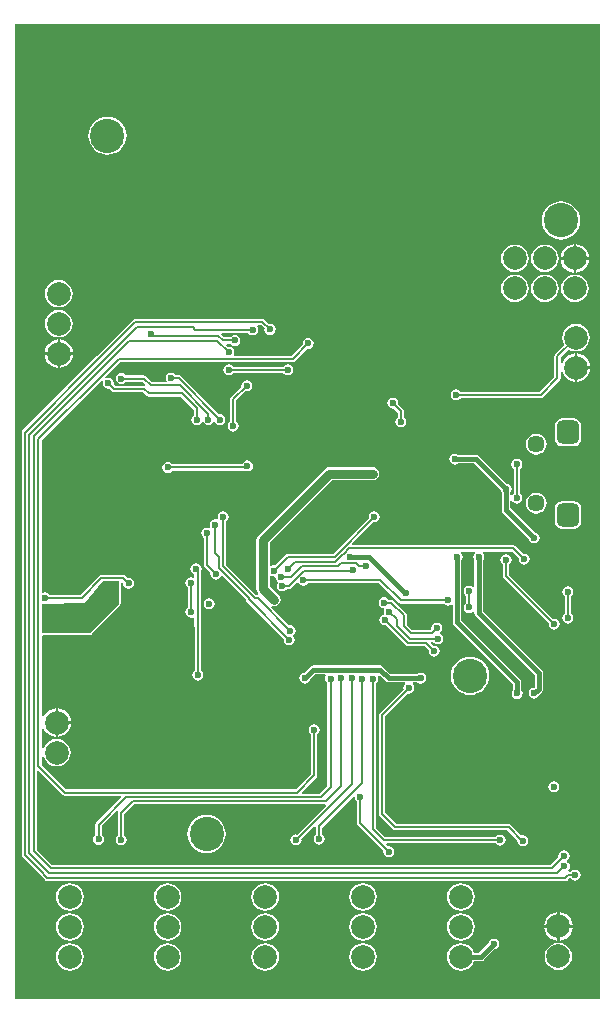
<source format=gbl>
G04*
G04 #@! TF.GenerationSoftware,Altium Limited,Altium Designer,19.0.10 (269)*
G04*
G04 Layer_Physical_Order=2*
G04 Layer_Color=16711680*
%FSLAX25Y25*%
%MOIN*%
G70*
G01*
G75*
%ADD12C,0.00787*%
%ADD61C,0.03150*%
%ADD104C,0.01575*%
%ADD105C,0.11417*%
%ADD106C,0.07874*%
G04:AMPARAMS|DCode=107|XSize=78.74mil|YSize=74.8mil|CornerRadius=18.7mil|HoleSize=0mil|Usage=FLASHONLY|Rotation=90.000|XOffset=0mil|YOffset=0mil|HoleType=Round|Shape=RoundedRectangle|*
%AMROUNDEDRECTD107*
21,1,0.07874,0.03740,0,0,90.0*
21,1,0.04134,0.07480,0,0,90.0*
1,1,0.03740,0.01870,0.02067*
1,1,0.03740,0.01870,-0.02067*
1,1,0.03740,-0.01870,-0.02067*
1,1,0.03740,-0.01870,0.02067*
%
%ADD107ROUNDEDRECTD107*%
%ADD108C,0.05709*%
%ADD109C,0.02362*%
%ADD110C,0.01500*%
G36*
X195953Y13496D02*
X897D01*
Y338315D01*
X195953D01*
Y13496D01*
D02*
G37*
%LPC*%
G36*
X31850Y307511D02*
X30608Y307389D01*
X29413Y307026D01*
X28312Y306438D01*
X27347Y305645D01*
X26555Y304680D01*
X25966Y303579D01*
X25604Y302384D01*
X25481Y301142D01*
X25604Y299899D01*
X25966Y298704D01*
X26555Y297603D01*
X27347Y296638D01*
X28312Y295846D01*
X29413Y295257D01*
X30608Y294895D01*
X31850Y294773D01*
X33093Y294895D01*
X34288Y295257D01*
X35389Y295846D01*
X36354Y296638D01*
X37146Y297603D01*
X37735Y298704D01*
X38097Y299899D01*
X38220Y301142D01*
X38097Y302384D01*
X37735Y303579D01*
X37146Y304680D01*
X36354Y305645D01*
X35389Y306438D01*
X34288Y307026D01*
X33093Y307389D01*
X31850Y307511D01*
D02*
G37*
G36*
X182992Y279243D02*
X181749Y279121D01*
X180555Y278758D01*
X179454Y278170D01*
X178488Y277378D01*
X177696Y276413D01*
X177108Y275311D01*
X176745Y274117D01*
X176623Y272874D01*
X176745Y271631D01*
X177108Y270437D01*
X177696Y269335D01*
X178488Y268370D01*
X179454Y267578D01*
X180555Y266990D01*
X181749Y266627D01*
X182992Y266505D01*
X184235Y266627D01*
X185430Y266990D01*
X186531Y267578D01*
X187496Y268370D01*
X188288Y269335D01*
X188876Y270437D01*
X189239Y271631D01*
X189361Y272874D01*
X189239Y274117D01*
X188876Y275311D01*
X188288Y276413D01*
X187496Y277378D01*
X186531Y278170D01*
X185430Y278758D01*
X184235Y279121D01*
X182992Y279243D01*
D02*
G37*
G36*
X187992Y264950D02*
Y260630D01*
X192312D01*
X192201Y261470D01*
X191725Y262619D01*
X190968Y263606D01*
X189981Y264363D01*
X188832Y264839D01*
X187992Y264950D01*
D02*
G37*
G36*
X187205Y264950D02*
X186365Y264839D01*
X185216Y264363D01*
X184229Y263606D01*
X183472Y262619D01*
X182996Y261470D01*
X182885Y260630D01*
X187205D01*
Y264950D01*
D02*
G37*
G36*
X177598Y264843D02*
X176406Y264686D01*
X175295Y264225D01*
X174341Y263493D01*
X173609Y262539D01*
X173149Y261428D01*
X172992Y260236D01*
X173149Y259044D01*
X173609Y257933D01*
X174341Y256979D01*
X175295Y256247D01*
X176406Y255787D01*
X177598Y255630D01*
X178791Y255787D01*
X179902Y256247D01*
X180856Y256979D01*
X181588Y257933D01*
X182048Y259044D01*
X182205Y260236D01*
X182048Y261428D01*
X181588Y262539D01*
X180856Y263493D01*
X179902Y264225D01*
X178791Y264686D01*
X177598Y264843D01*
D02*
G37*
G36*
X167598D02*
X166406Y264686D01*
X165295Y264225D01*
X164341Y263493D01*
X163609Y262539D01*
X163149Y261428D01*
X162992Y260236D01*
X163149Y259044D01*
X163609Y257933D01*
X164341Y256979D01*
X165295Y256247D01*
X166406Y255787D01*
X167598Y255630D01*
X168791Y255787D01*
X169902Y256247D01*
X170856Y256979D01*
X171588Y257933D01*
X172048Y259044D01*
X172205Y260236D01*
X172048Y261428D01*
X171588Y262539D01*
X170856Y263493D01*
X169902Y264225D01*
X168791Y264686D01*
X167598Y264843D01*
D02*
G37*
G36*
X187205Y259842D02*
X182885D01*
X182996Y259003D01*
X183472Y257854D01*
X184229Y256867D01*
X185216Y256109D01*
X186365Y255633D01*
X187205Y255523D01*
Y259842D01*
D02*
G37*
G36*
X192312D02*
X187992D01*
Y255523D01*
X188832Y255633D01*
X189981Y256109D01*
X190968Y256867D01*
X191725Y257854D01*
X192201Y259003D01*
X192312Y259842D01*
D02*
G37*
G36*
X187598Y254843D02*
X186406Y254686D01*
X185295Y254225D01*
X184341Y253493D01*
X183609Y252539D01*
X183149Y251428D01*
X182992Y250236D01*
X183149Y249044D01*
X183609Y247933D01*
X184341Y246979D01*
X185295Y246247D01*
X186406Y245787D01*
X187598Y245630D01*
X188791Y245787D01*
X189902Y246247D01*
X190856Y246979D01*
X191588Y247933D01*
X192048Y249044D01*
X192205Y250236D01*
X192048Y251428D01*
X191588Y252539D01*
X190856Y253493D01*
X189902Y254225D01*
X188791Y254686D01*
X187598Y254843D01*
D02*
G37*
G36*
X177598D02*
X176406Y254686D01*
X175295Y254225D01*
X174341Y253493D01*
X173609Y252539D01*
X173149Y251428D01*
X172992Y250236D01*
X173149Y249044D01*
X173609Y247933D01*
X174341Y246979D01*
X175295Y246247D01*
X176406Y245787D01*
X177598Y245630D01*
X178791Y245787D01*
X179902Y246247D01*
X180856Y246979D01*
X181588Y247933D01*
X182048Y249044D01*
X182205Y250236D01*
X182048Y251428D01*
X181588Y252539D01*
X180856Y253493D01*
X179902Y254225D01*
X178791Y254686D01*
X177598Y254843D01*
D02*
G37*
G36*
X167598D02*
X166406Y254686D01*
X165295Y254225D01*
X164341Y253493D01*
X163609Y252539D01*
X163149Y251428D01*
X162992Y250236D01*
X163149Y249044D01*
X163609Y247933D01*
X164341Y246979D01*
X165295Y246247D01*
X166406Y245787D01*
X167598Y245630D01*
X168791Y245787D01*
X169902Y246247D01*
X170856Y246979D01*
X171588Y247933D01*
X172048Y249044D01*
X172205Y250236D01*
X172048Y251428D01*
X171588Y252539D01*
X170856Y253493D01*
X169902Y254225D01*
X168791Y254686D01*
X167598Y254843D01*
D02*
G37*
G36*
X15590Y253110D02*
X14398Y252953D01*
X13287Y252493D01*
X12333Y251761D01*
X11601Y250807D01*
X11141Y249696D01*
X10984Y248504D01*
X11141Y247312D01*
X11601Y246201D01*
X12333Y245247D01*
X13287Y244515D01*
X14398Y244055D01*
X15590Y243898D01*
X16783Y244055D01*
X17894Y244515D01*
X18848Y245247D01*
X19580Y246201D01*
X20040Y247312D01*
X20197Y248504D01*
X20040Y249696D01*
X19580Y250807D01*
X18848Y251761D01*
X17894Y252493D01*
X16783Y252953D01*
X15590Y253110D01*
D02*
G37*
G36*
X83504Y240138D02*
X83504Y240138D01*
X41177D01*
X41177Y240138D01*
X40778Y240059D01*
X40439Y239832D01*
X40439Y239832D01*
X36288Y235681D01*
X36288Y235681D01*
X28446Y227839D01*
X28446Y227839D01*
X28446Y227839D01*
X3499Y202892D01*
X3273Y202554D01*
X3193Y202154D01*
X3193Y202154D01*
X3193Y61349D01*
X3193Y61349D01*
X3273Y60950D01*
X3499Y60611D01*
X8571Y55540D01*
X11045Y53066D01*
X11045Y53066D01*
X11383Y52840D01*
X11783Y52760D01*
X11783Y52760D01*
X177402Y52760D01*
X184473D01*
X184473Y52760D01*
X184873Y52840D01*
X185211Y53066D01*
X185787Y53641D01*
X186315D01*
X186490Y53379D01*
X187089Y52979D01*
X187795Y52838D01*
X188502Y52979D01*
X189101Y53379D01*
X189501Y53978D01*
X189642Y54685D01*
X189501Y55392D01*
X189101Y55991D01*
X188502Y56391D01*
X187795Y56532D01*
X187089Y56391D01*
X186490Y55991D01*
X186315Y55729D01*
X185594D01*
X185442Y56229D01*
X185479Y56253D01*
X185879Y56852D01*
X186020Y57559D01*
X185879Y58266D01*
X185479Y58865D01*
X185123Y59102D01*
X185105Y59691D01*
X185321Y59836D01*
X185721Y60435D01*
X185862Y61142D01*
X185721Y61848D01*
X185321Y62447D01*
X184722Y62848D01*
X184015Y62988D01*
X183309Y62848D01*
X182710Y62447D01*
X182309Y61848D01*
X182169Y61142D01*
X182230Y60833D01*
X179449Y58051D01*
X13383Y57932D01*
X8288Y63027D01*
X8288Y89366D01*
X8750Y89558D01*
X16841Y81467D01*
X16841Y81467D01*
X17179Y81240D01*
X17579Y81161D01*
X36355D01*
X36546Y80699D01*
X28120Y72273D01*
X27894Y71935D01*
X27815Y71535D01*
X27815Y71535D01*
Y68055D01*
X27553Y67880D01*
X27152Y67281D01*
X27012Y66575D01*
X27152Y65868D01*
X27553Y65269D01*
X28152Y64869D01*
X28858Y64728D01*
X29565Y64869D01*
X30164Y65269D01*
X30564Y65868D01*
X30705Y66575D01*
X30564Y67281D01*
X30164Y67880D01*
X29902Y68055D01*
Y71103D01*
X35098Y76299D01*
X35486Y75980D01*
X35414Y75872D01*
X35334Y75472D01*
X35334Y75472D01*
Y68016D01*
X35072Y67841D01*
X34672Y67242D01*
X34532Y66535D01*
X34672Y65829D01*
X35072Y65230D01*
X35671Y64829D01*
X36378Y64689D01*
X37085Y64829D01*
X37684Y65230D01*
X38084Y65829D01*
X38225Y66535D01*
X38084Y67242D01*
X37684Y67841D01*
X37422Y68016D01*
Y75040D01*
X40708Y78326D01*
X104498D01*
X104666Y78065D01*
X104717Y77839D01*
X95074Y68196D01*
X94693Y68271D01*
X93986Y68131D01*
X93387Y67731D01*
X92987Y67132D01*
X92846Y66425D01*
X92987Y65718D01*
X93387Y65119D01*
X93986Y64719D01*
X94693Y64578D01*
X95399Y64719D01*
X95998Y65119D01*
X96399Y65718D01*
X96539Y66425D01*
X96492Y66662D01*
X100871Y71041D01*
X101104Y70986D01*
X101358Y70821D01*
Y68134D01*
X101096Y67959D01*
X100696Y67360D01*
X100555Y66654D01*
X100696Y65947D01*
X101096Y65348D01*
X101695Y64948D01*
X102402Y64807D01*
X103108Y64948D01*
X103707Y65348D01*
X104107Y65947D01*
X104248Y66654D01*
X104107Y67360D01*
X103707Y67959D01*
X103445Y68134D01*
Y70494D01*
X113747Y80796D01*
X114254Y80596D01*
X114357Y80081D01*
X114757Y79482D01*
X115019Y79307D01*
Y72006D01*
X115019Y72006D01*
X115099Y71606D01*
X115325Y71268D01*
X123804Y62788D01*
X123743Y62479D01*
X123884Y61773D01*
X124284Y61174D01*
X124883Y60773D01*
X125590Y60633D01*
X126296Y60773D01*
X126895Y61174D01*
X127295Y61773D01*
X127436Y62479D01*
X127295Y63186D01*
X126895Y63785D01*
X126296Y64185D01*
X125590Y64326D01*
X125280Y64264D01*
X124712Y64833D01*
X124903Y65295D01*
X161236D01*
X161411Y65033D01*
X162010Y64633D01*
X162716Y64492D01*
X163423Y64633D01*
X164022Y65033D01*
X164423Y65632D01*
X164563Y66339D01*
X164423Y67045D01*
X164022Y67644D01*
X163423Y68045D01*
X162716Y68185D01*
X162010Y68045D01*
X161411Y67644D01*
X161236Y67382D01*
X124330D01*
X121292Y70420D01*
Y118669D01*
X121554Y118844D01*
X121954Y119443D01*
X122095Y120150D01*
X121957Y120842D01*
X121955Y120858D01*
X122205Y121381D01*
X122448Y121414D01*
X124529Y119333D01*
X124998Y119019D01*
X125551Y118909D01*
X130950D01*
X131102Y118409D01*
X131016Y118352D01*
X130616Y117753D01*
X130475Y117046D01*
X130537Y116737D01*
X122608Y108809D01*
X122382Y108470D01*
X122303Y108071D01*
X122303Y108071D01*
Y75039D01*
X122303Y75039D01*
X122382Y74640D01*
X122608Y74301D01*
X127057Y69853D01*
X127057Y69853D01*
X127396Y69626D01*
X127795Y69547D01*
X127795Y69547D01*
X165158D01*
X168425Y66280D01*
X168390Y66102D01*
X168530Y65396D01*
X168930Y64797D01*
X169530Y64396D01*
X170236Y64256D01*
X170943Y64396D01*
X171542Y64797D01*
X171942Y65396D01*
X172083Y66102D01*
X171942Y66809D01*
X171542Y67408D01*
X170943Y67808D01*
X170236Y67949D01*
X169796Y67861D01*
X166329Y71329D01*
X165990Y71555D01*
X165591Y71634D01*
X165591Y71634D01*
X128228D01*
X124390Y75472D01*
Y107639D01*
X132013Y115261D01*
X132322Y115200D01*
X133028Y115340D01*
X133627Y115741D01*
X134028Y116340D01*
X134168Y117046D01*
X134028Y117753D01*
X133627Y118352D01*
X133542Y118409D01*
X133693Y118909D01*
X135124D01*
X135514Y118648D01*
X136221Y118508D01*
X136927Y118648D01*
X137526Y119049D01*
X137926Y119648D01*
X138067Y120354D01*
X137926Y121061D01*
X137526Y121660D01*
X136927Y122060D01*
X136221Y122201D01*
X135514Y122060D01*
X135124Y121799D01*
X126150D01*
X123817Y124132D01*
X123348Y124445D01*
X122795Y124555D01*
X100409D01*
X99856Y124445D01*
X99388Y124132D01*
X97352Y122097D01*
X96892Y122005D01*
X96293Y121605D01*
X95893Y121006D01*
X95752Y120299D01*
X95893Y119593D01*
X96293Y118994D01*
X96892Y118593D01*
X97598Y118453D01*
X98305Y118593D01*
X98904Y118994D01*
X99304Y119593D01*
X99396Y120053D01*
X101008Y121665D01*
X104429D01*
X104696Y121165D01*
X104511Y120888D01*
X104370Y120181D01*
X104511Y119474D01*
X104911Y118875D01*
X105173Y118700D01*
Y84531D01*
X102473Y81831D01*
X96756D01*
X96564Y82293D01*
X101525Y87254D01*
X101752Y87593D01*
X101831Y87992D01*
X101831Y87992D01*
Y101669D01*
X102093Y101844D01*
X102493Y102443D01*
X102634Y103150D01*
X102493Y103856D01*
X102093Y104455D01*
X101494Y104856D01*
X100787Y104996D01*
X100081Y104856D01*
X99482Y104455D01*
X99081Y103856D01*
X98941Y103150D01*
X99081Y102443D01*
X99482Y101844D01*
X99744Y101669D01*
Y88424D01*
X94568Y83248D01*
X18011D01*
X9875Y91385D01*
Y95025D01*
X10375Y95058D01*
X10472Y94320D01*
X10932Y93209D01*
X11664Y92255D01*
X12618Y91523D01*
X13729Y91062D01*
X14921Y90905D01*
X16114Y91062D01*
X17224Y91523D01*
X18178Y92255D01*
X18911Y93209D01*
X19371Y94320D01*
X19528Y95512D01*
X19371Y96704D01*
X18911Y97815D01*
X18178Y98769D01*
X17224Y99501D01*
X16114Y99961D01*
X14921Y100118D01*
X13729Y99961D01*
X12618Y99501D01*
X11664Y98769D01*
X10932Y97815D01*
X10472Y96704D01*
X10375Y95965D01*
X9875Y95998D01*
Y104043D01*
X10375Y104143D01*
X10795Y103129D01*
X11552Y102142D01*
X12539Y101385D01*
X13688Y100909D01*
X14528Y100798D01*
Y105512D01*
Y110225D01*
X13688Y110115D01*
X12539Y109639D01*
X11552Y108881D01*
X10795Y107894D01*
X10375Y106881D01*
X9875Y106980D01*
Y134385D01*
X9878Y134403D01*
X10375Y134864D01*
X26331Y134673D01*
X26344Y134675D01*
X26357Y134673D01*
X26467Y134698D01*
X26577Y134719D01*
X26588Y134726D01*
X26601Y134729D01*
X26693Y134794D01*
X26787Y134855D01*
X26795Y134866D01*
X26805Y134874D01*
X36018Y144626D01*
X36080Y144725D01*
X36145Y144821D01*
X36146Y144830D01*
X36151Y144838D01*
X36171Y144953D01*
X36193Y145067D01*
Y152539D01*
X36700D01*
X37055Y152184D01*
X37012Y151969D01*
X37152Y151262D01*
X37553Y150663D01*
X38152Y150263D01*
X38858Y150122D01*
X39565Y150263D01*
X40164Y150663D01*
X40564Y151262D01*
X40705Y151969D01*
X40564Y152675D01*
X40164Y153274D01*
X39565Y153674D01*
X38858Y153815D01*
X38456Y153735D01*
X37870Y154321D01*
X37531Y154547D01*
X37132Y154626D01*
X37132Y154626D01*
X29822D01*
X29422Y154547D01*
X29083Y154321D01*
X29083Y154321D01*
X22909Y148146D01*
X12516D01*
X12341Y148408D01*
X11742Y148808D01*
X11036Y148949D01*
X10375Y148817D01*
X10246Y148836D01*
X9875Y149035D01*
Y199462D01*
X30053Y219640D01*
X30441Y219321D01*
X30420Y219289D01*
X30279Y218583D01*
X30420Y217876D01*
X30820Y217277D01*
X31419Y216877D01*
X32126Y216736D01*
X32435Y216798D01*
X33238Y215994D01*
X33577Y215768D01*
X33976Y215689D01*
X43701D01*
X44892Y214498D01*
X44892Y214498D01*
X45230Y214272D01*
X45630Y214193D01*
X45630Y214193D01*
X56189D01*
X60531Y209850D01*
Y207937D01*
X60269Y207762D01*
X59869Y207163D01*
X59728Y206457D01*
X59869Y205750D01*
X60269Y205151D01*
X60868Y204751D01*
X61575Y204610D01*
X62281Y204751D01*
X62880Y205151D01*
X63281Y205750D01*
X63296Y205828D01*
X63804Y205829D01*
X63806Y205828D01*
X64206Y205230D01*
X64805Y204830D01*
X65512Y204689D01*
X66218Y204830D01*
X66817Y205230D01*
X67143Y205718D01*
X67305Y205755D01*
X67537D01*
X67699Y205718D01*
X68025Y205230D01*
X68624Y204830D01*
X69331Y204689D01*
X70037Y204830D01*
X70636Y205230D01*
X71037Y205829D01*
X71177Y206535D01*
X71037Y207242D01*
X70636Y207841D01*
X70037Y208241D01*
X69331Y208382D01*
X69022Y208320D01*
X56348Y220994D01*
X56010Y221220D01*
X55610Y221300D01*
X55610Y221300D01*
X54630D01*
X54455Y221562D01*
X53856Y221962D01*
X53150Y222102D01*
X52443Y221962D01*
X51844Y221562D01*
X51444Y220963D01*
X51303Y220256D01*
X51444Y219549D01*
X51532Y219418D01*
X51264Y218918D01*
X46708D01*
X44691Y220935D01*
X44353Y221161D01*
X43953Y221240D01*
X43953Y221240D01*
X37977D01*
X37802Y221502D01*
X37203Y221903D01*
X36496Y222043D01*
X35789Y221903D01*
X35190Y221502D01*
X34790Y220903D01*
X34650Y220197D01*
X34790Y219490D01*
X35190Y218891D01*
X35789Y218491D01*
X36496Y218350D01*
X37203Y218491D01*
X37802Y218891D01*
X37977Y219153D01*
X43521D01*
X44451Y218223D01*
X44205Y217762D01*
X44134Y217776D01*
X44134Y217776D01*
X34409D01*
X33911Y218274D01*
X33972Y218583D01*
X33832Y219289D01*
X33432Y219888D01*
X32833Y220289D01*
X32126Y220429D01*
X31419Y220289D01*
X31387Y220267D01*
X31069Y220655D01*
X33061Y222648D01*
X33061Y222648D01*
X36102Y225689D01*
X93583D01*
X93583Y225689D01*
X93982Y225768D01*
X94321Y225994D01*
X98431Y230105D01*
X98740Y230043D01*
X99447Y230184D01*
X100046Y230584D01*
X100446Y231183D01*
X100587Y231890D01*
X100446Y232596D01*
X100046Y233195D01*
X99447Y233596D01*
X98740Y233736D01*
X98033Y233596D01*
X97435Y233195D01*
X97034Y232596D01*
X96894Y231890D01*
X96955Y231581D01*
X93150Y227776D01*
X74216D01*
X74018Y228148D01*
X73998Y228276D01*
X74130Y228937D01*
X73989Y229644D01*
X73589Y230243D01*
X72990Y230643D01*
X72284Y230784D01*
X71974Y230722D01*
X71328Y231368D01*
X71519Y231830D01*
X72850D01*
X73025Y231568D01*
X73624Y231168D01*
X74331Y231028D01*
X75037Y231168D01*
X75636Y231568D01*
X76037Y232167D01*
X76177Y232874D01*
X76037Y233581D01*
X75636Y234180D01*
X75037Y234580D01*
X74331Y234720D01*
X73624Y234580D01*
X73025Y234180D01*
X72850Y233918D01*
X70783D01*
X69788Y234913D01*
X69995Y235413D01*
X78716D01*
X78891Y235151D01*
X79490Y234751D01*
X80197Y234610D01*
X80904Y234751D01*
X81502Y235151D01*
X81903Y235750D01*
X82043Y236457D01*
X81903Y237163D01*
X81644Y237551D01*
X81902Y238051D01*
X83072D01*
X84239Y236884D01*
X84177Y236575D01*
X84318Y235868D01*
X84718Y235269D01*
X85317Y234869D01*
X86024Y234728D01*
X86730Y234869D01*
X87329Y235269D01*
X87730Y235868D01*
X87870Y236575D01*
X87730Y237281D01*
X87329Y237880D01*
X86730Y238281D01*
X86024Y238421D01*
X85715Y238360D01*
X84242Y239832D01*
X83903Y240059D01*
X83504Y240138D01*
D02*
G37*
G36*
X15590Y243110D02*
X14398Y242953D01*
X13287Y242493D01*
X12333Y241761D01*
X11601Y240807D01*
X11141Y239696D01*
X10984Y238504D01*
X11141Y237312D01*
X11601Y236201D01*
X12333Y235247D01*
X13287Y234515D01*
X14398Y234055D01*
X15590Y233898D01*
X16783Y234055D01*
X17894Y234515D01*
X18848Y235247D01*
X19580Y236201D01*
X20040Y237312D01*
X20197Y238504D01*
X20040Y239696D01*
X19580Y240807D01*
X18848Y241761D01*
X17894Y242493D01*
X16783Y242953D01*
X15590Y243110D01*
D02*
G37*
G36*
X188031Y238465D02*
X186839Y238308D01*
X185728Y237847D01*
X184774Y237115D01*
X184042Y236161D01*
X183582Y235051D01*
X183425Y233858D01*
X183582Y232666D01*
X184042Y231555D01*
X184134Y231436D01*
X181112Y228415D01*
X180886Y228077D01*
X180807Y227677D01*
X180807Y227677D01*
Y220747D01*
X175906Y215847D01*
X149565D01*
X149416Y216069D01*
X148817Y216470D01*
X148110Y216610D01*
X147404Y216470D01*
X146805Y216069D01*
X146404Y215470D01*
X146264Y214764D01*
X146404Y214057D01*
X146805Y213458D01*
X147404Y213058D01*
X148110Y212917D01*
X148817Y213058D01*
X149416Y213458D01*
X149591Y213720D01*
X156496D01*
X156694Y213759D01*
X176339D01*
X176339Y213759D01*
X176738Y213839D01*
X177076Y214065D01*
X182588Y219577D01*
X182588Y219577D01*
X182815Y219916D01*
X182894Y220315D01*
Y222855D01*
X183394Y222888D01*
X183429Y222625D01*
X183905Y221476D01*
X184662Y220489D01*
X185649Y219731D01*
X186798Y219255D01*
X187638Y219145D01*
Y223858D01*
Y228572D01*
X186798Y228461D01*
X185649Y227985D01*
X184662Y227228D01*
X183905Y226241D01*
X183429Y225092D01*
X183394Y224829D01*
X182894Y224861D01*
Y227245D01*
X185609Y229960D01*
X185728Y229869D01*
X186839Y229409D01*
X188031Y229252D01*
X189224Y229409D01*
X190335Y229869D01*
X191289Y230601D01*
X192021Y231555D01*
X192481Y232666D01*
X192638Y233858D01*
X192481Y235051D01*
X192021Y236161D01*
X191289Y237115D01*
X190335Y237847D01*
X189224Y238308D01*
X188031Y238465D01*
D02*
G37*
G36*
X15984Y233217D02*
Y228898D01*
X20304D01*
X20193Y229737D01*
X19717Y230887D01*
X18960Y231873D01*
X17973Y232631D01*
X16824Y233107D01*
X15984Y233217D01*
D02*
G37*
G36*
X15197D02*
X14357Y233107D01*
X13208Y232631D01*
X12221Y231873D01*
X11464Y230887D01*
X10988Y229737D01*
X10877Y228898D01*
X15197D01*
Y233217D01*
D02*
G37*
G36*
X188425Y228572D02*
Y224252D01*
X192745D01*
X192634Y225092D01*
X192158Y226241D01*
X191401Y227228D01*
X190414Y227985D01*
X189265Y228461D01*
X188425Y228572D01*
D02*
G37*
G36*
X91929Y224917D02*
X91223Y224777D01*
X90623Y224377D01*
X90448Y224114D01*
X73804D01*
X73628Y224377D01*
X73030Y224777D01*
X72323Y224917D01*
X71616Y224777D01*
X71017Y224377D01*
X70617Y223778D01*
X70476Y223071D01*
X70617Y222364D01*
X71017Y221765D01*
X71616Y221365D01*
X72323Y221224D01*
X73030Y221365D01*
X73628Y221765D01*
X73804Y222027D01*
X90448D01*
X90623Y221765D01*
X91223Y221365D01*
X91929Y221224D01*
X92636Y221365D01*
X93235Y221765D01*
X93635Y222364D01*
X93776Y223071D01*
X93635Y223778D01*
X93235Y224377D01*
X92636Y224777D01*
X91929Y224917D01*
D02*
G37*
G36*
X20304Y228110D02*
X15984D01*
Y223791D01*
X16824Y223901D01*
X17973Y224377D01*
X18960Y225134D01*
X19717Y226121D01*
X20193Y227271D01*
X20304Y228110D01*
D02*
G37*
G36*
X15197D02*
X10877D01*
X10988Y227271D01*
X11464Y226121D01*
X12221Y225134D01*
X13208Y224377D01*
X14357Y223901D01*
X15197Y223791D01*
Y228110D01*
D02*
G37*
G36*
X192745Y223465D02*
X188425D01*
Y219145D01*
X189265Y219255D01*
X190414Y219731D01*
X191401Y220489D01*
X192158Y221476D01*
X192634Y222625D01*
X192745Y223465D01*
D02*
G37*
G36*
X78268Y219642D02*
X77561Y219501D01*
X76962Y219101D01*
X76562Y218502D01*
X76421Y217795D01*
X76483Y217486D01*
X73041Y214045D01*
X72815Y213706D01*
X72736Y213307D01*
X72736Y213307D01*
Y205733D01*
X72474Y205558D01*
X72074Y204959D01*
X71933Y204252D01*
X72074Y203545D01*
X72474Y202946D01*
X73073Y202546D01*
X73779Y202406D01*
X74486Y202546D01*
X75085Y202946D01*
X75485Y203545D01*
X75626Y204252D01*
X75485Y204959D01*
X75085Y205558D01*
X74823Y205733D01*
Y212875D01*
X77959Y216010D01*
X78268Y215949D01*
X78974Y216089D01*
X79573Y216490D01*
X79974Y217089D01*
X80114Y217795D01*
X79974Y218502D01*
X79573Y219101D01*
X78974Y219501D01*
X78268Y219642D01*
D02*
G37*
G36*
X126929Y213776D02*
X126223Y213635D01*
X125624Y213235D01*
X125223Y212636D01*
X125083Y211929D01*
X125223Y211223D01*
X125624Y210624D01*
X126223Y210223D01*
X126929Y210083D01*
X127238Y210144D01*
X128543Y208839D01*
Y207248D01*
X128281Y207073D01*
X127881Y206474D01*
X127740Y205768D01*
X127881Y205061D01*
X128281Y204462D01*
X128880Y204062D01*
X129587Y203921D01*
X130293Y204062D01*
X130892Y204462D01*
X131293Y205061D01*
X131433Y205768D01*
X131293Y206474D01*
X130892Y207073D01*
X130630Y207248D01*
Y209272D01*
X130551Y209671D01*
X130325Y210010D01*
X130325Y210010D01*
X128714Y211620D01*
X128776Y211929D01*
X128635Y212636D01*
X128235Y213235D01*
X127636Y213635D01*
X126929Y213776D01*
D02*
G37*
G36*
X187224Y206899D02*
X183484D01*
X182509Y206705D01*
X181682Y206153D01*
X181129Y205326D01*
X180935Y204350D01*
Y200217D01*
X181129Y199241D01*
X181682Y198414D01*
X182509Y197862D01*
X183484Y197668D01*
X187224D01*
X188200Y197862D01*
X189027Y198414D01*
X189579Y199241D01*
X189773Y200217D01*
Y204350D01*
X189579Y205326D01*
X189027Y206153D01*
X188200Y206705D01*
X187224Y206899D01*
D02*
G37*
G36*
X174724Y201861D02*
X173815Y201741D01*
X172967Y201390D01*
X172239Y200831D01*
X171681Y200104D01*
X171330Y199256D01*
X171210Y198346D01*
X171330Y197437D01*
X171681Y196589D01*
X172239Y195861D01*
X172967Y195303D01*
X173815Y194952D01*
X174724Y194832D01*
X175634Y194952D01*
X176482Y195303D01*
X177209Y195861D01*
X177768Y196589D01*
X178119Y197437D01*
X178239Y198346D01*
X178119Y199256D01*
X177768Y200104D01*
X177209Y200831D01*
X176482Y201390D01*
X175634Y201741D01*
X174724Y201861D01*
D02*
G37*
G36*
X78504Y192910D02*
X77797Y192769D01*
X77198Y192369D01*
X76798Y191770D01*
X76763Y191595D01*
X53489D01*
X53313Y191857D01*
X52715Y192257D01*
X52008Y192398D01*
X51301Y192257D01*
X50702Y191857D01*
X50302Y191258D01*
X50161Y190551D01*
X50302Y189845D01*
X50702Y189245D01*
X51301Y188845D01*
X52008Y188705D01*
X52715Y188845D01*
X53313Y189245D01*
X53489Y189507D01*
X77572D01*
X77797Y189357D01*
X78504Y189216D01*
X79211Y189357D01*
X79810Y189757D01*
X80210Y190356D01*
X80350Y191063D01*
X80210Y191770D01*
X79810Y192369D01*
X79211Y192769D01*
X78504Y192910D01*
D02*
G37*
G36*
X147638Y195193D02*
X146931Y195052D01*
X146332Y194652D01*
X145932Y194053D01*
X145791Y193346D01*
X145932Y192640D01*
X146332Y192041D01*
X146931Y191640D01*
X147638Y191500D01*
X148344Y191640D01*
X148735Y191901D01*
X154047D01*
X162927Y183022D01*
X163019Y182561D01*
X163279Y182171D01*
Y176417D01*
X163389Y175864D01*
X163703Y175396D01*
X172258Y166841D01*
X172349Y166380D01*
X172749Y165781D01*
X173348Y165381D01*
X174055Y165240D01*
X174762Y165381D01*
X175361Y165781D01*
X175761Y166380D01*
X175902Y167087D01*
X175761Y167793D01*
X175361Y168392D01*
X174762Y168793D01*
X174301Y168884D01*
X166170Y177016D01*
Y179335D01*
X166669Y179487D01*
X166962Y179049D01*
X167561Y178648D01*
X168268Y178508D01*
X168974Y178648D01*
X169573Y179049D01*
X169974Y179648D01*
X170114Y180354D01*
X169974Y181061D01*
X169573Y181660D01*
X169311Y181835D01*
Y190094D01*
X169573Y190269D01*
X169974Y190868D01*
X170114Y191575D01*
X169974Y192281D01*
X169573Y192880D01*
X168974Y193281D01*
X168268Y193421D01*
X167561Y193281D01*
X166962Y192880D01*
X166562Y192281D01*
X166421Y191575D01*
X166562Y190868D01*
X166962Y190269D01*
X167224Y190094D01*
Y181835D01*
X166962Y181660D01*
X166669Y181222D01*
X166170Y181374D01*
Y182171D01*
X166430Y182561D01*
X166571Y183268D01*
X166430Y183974D01*
X166030Y184573D01*
X165431Y184974D01*
X164971Y185065D01*
X155667Y194368D01*
X155199Y194682D01*
X154646Y194791D01*
X148735D01*
X148344Y195052D01*
X147638Y195193D01*
D02*
G37*
G36*
X174724Y182176D02*
X173815Y182056D01*
X172967Y181705D01*
X172239Y181146D01*
X171681Y180419D01*
X171330Y179571D01*
X171210Y178661D01*
X171330Y177752D01*
X171681Y176904D01*
X172239Y176176D01*
X172967Y175618D01*
X173815Y175267D01*
X174724Y175147D01*
X175634Y175267D01*
X176482Y175618D01*
X177209Y176176D01*
X177768Y176904D01*
X178119Y177752D01*
X178239Y178661D01*
X178119Y179571D01*
X177768Y180419D01*
X177209Y181146D01*
X176482Y181705D01*
X175634Y182056D01*
X174724Y182176D01*
D02*
G37*
G36*
X187224Y179340D02*
X183484D01*
X182509Y179146D01*
X181682Y178594D01*
X181129Y177767D01*
X180935Y176791D01*
Y172658D01*
X181129Y171682D01*
X181682Y170855D01*
X182509Y170302D01*
X183484Y170108D01*
X187224D01*
X188200Y170302D01*
X189027Y170855D01*
X189579Y171682D01*
X189773Y172658D01*
Y176791D01*
X189579Y177767D01*
X189027Y178594D01*
X188200Y179146D01*
X187224Y179340D01*
D02*
G37*
G36*
X61339Y158579D02*
X60632Y158438D01*
X60033Y158038D01*
X59633Y157439D01*
X59492Y156732D01*
X59633Y156026D01*
X60033Y155427D01*
X60632Y155026D01*
X60817Y154990D01*
Y153980D01*
X60445Y153781D01*
X60317Y153762D01*
X59655Y153894D01*
X58949Y153753D01*
X58350Y153353D01*
X57950Y152754D01*
X57809Y152047D01*
X57950Y151341D01*
X58350Y150742D01*
X58587Y150583D01*
Y143781D01*
X58301Y143589D01*
X57900Y142990D01*
X57760Y142283D01*
X57900Y141577D01*
X58301Y140978D01*
X58900Y140577D01*
X59606Y140437D01*
X60313Y140577D01*
X60376Y140619D01*
X60817Y140384D01*
Y137805D01*
X60817Y137805D01*
X60886Y137459D01*
Y122741D01*
X60624Y122565D01*
X60223Y121967D01*
X60083Y121260D01*
X60223Y120553D01*
X60624Y119954D01*
X61222Y119554D01*
X61929Y119413D01*
X62636Y119554D01*
X63235Y119954D01*
X63635Y120553D01*
X63776Y121260D01*
X63635Y121967D01*
X63235Y122565D01*
X62973Y122741D01*
Y137736D01*
X62973Y137736D01*
X62904Y138083D01*
Y155815D01*
X63045Y156026D01*
X63185Y156732D01*
X63045Y157439D01*
X62644Y158038D01*
X62045Y158438D01*
X61339Y158579D01*
D02*
G37*
G36*
X120248Y190724D02*
X105839D01*
X104978Y190553D01*
X104249Y190066D01*
X82033Y167849D01*
X81545Y167120D01*
X81374Y166260D01*
Y150197D01*
X81545Y149337D01*
X82024Y148620D01*
X81996Y148527D01*
X81823Y148149D01*
X81415Y148136D01*
X71477Y158074D01*
Y161335D01*
Y172653D01*
X71739Y172828D01*
X72139Y173427D01*
X72280Y174134D01*
X72139Y174840D01*
X71739Y175440D01*
X71140Y175840D01*
X70433Y175980D01*
X69726Y175840D01*
X69127Y175440D01*
X68727Y174840D01*
X68587Y174134D01*
X68701Y173558D01*
X68613Y173417D01*
X68449Y173254D01*
X68308Y173166D01*
X67733Y173280D01*
X67026Y173139D01*
X66427Y172739D01*
X66027Y172140D01*
X65886Y171433D01*
X66027Y170727D01*
X66049Y170694D01*
X65688Y170334D01*
X65655Y170355D01*
X64949Y170496D01*
X64242Y170355D01*
X63643Y169955D01*
X63243Y169356D01*
X63102Y168650D01*
X63243Y167943D01*
X63643Y167344D01*
X63905Y167169D01*
Y158003D01*
X63905Y158003D01*
X63985Y157604D01*
X64211Y157265D01*
X66168Y155309D01*
X66106Y155000D01*
X66247Y154293D01*
X66647Y153694D01*
X67246Y153294D01*
X67953Y153153D01*
X68659Y153294D01*
X69258Y153694D01*
X69633Y154254D01*
X69737Y154332D01*
X70140Y154454D01*
X77976Y146619D01*
Y146571D01*
X77976Y146571D01*
X78055Y146171D01*
X78281Y145833D01*
X90656Y133458D01*
X90594Y133149D01*
X90735Y132443D01*
X91135Y131844D01*
X91734Y131443D01*
X92441Y131303D01*
X93147Y131443D01*
X93746Y131844D01*
X94147Y132443D01*
X94287Y133149D01*
X94147Y133856D01*
X93746Y134455D01*
Y134645D01*
X94073Y134864D01*
X94474Y135463D01*
X94614Y136169D01*
X94474Y136876D01*
X94073Y137475D01*
X93474Y137875D01*
X92768Y138016D01*
X92459Y137954D01*
X86474Y143939D01*
X86721Y144399D01*
X87283Y144288D01*
X88144Y144459D01*
X88873Y144946D01*
X89360Y145675D01*
X89531Y146535D01*
X89360Y147396D01*
X88873Y148125D01*
X85870Y151128D01*
Y154399D01*
X86370Y154666D01*
X86656Y154475D01*
X87362Y154335D01*
X87849Y153922D01*
X87940Y153466D01*
X88340Y152867D01*
X88435Y152804D01*
X88528Y152140D01*
X88333Y151848D01*
X88193Y151142D01*
X88333Y150435D01*
X88734Y149836D01*
X89333Y149436D01*
X90039Y149295D01*
X90746Y149436D01*
X91345Y149836D01*
X91520Y150098D01*
X92197D01*
X92197Y150098D01*
X92596Y150178D01*
X92935Y150404D01*
X94978Y152446D01*
X95381Y152324D01*
X95485Y152247D01*
X95860Y151687D01*
X96459Y151286D01*
X97165Y151146D01*
X97872Y151286D01*
X98471Y151687D01*
X98646Y151948D01*
X122402D01*
X128868Y145483D01*
X128868Y145483D01*
X129207Y145256D01*
X129606Y145177D01*
X143887D01*
X144009Y144993D01*
X144608Y144593D01*
X145315Y144453D01*
X146022Y144593D01*
X146475Y144896D01*
X146975Y144692D01*
Y138980D01*
X147082Y138442D01*
X147387Y137985D01*
X167018Y118354D01*
Y116390D01*
X166719Y115943D01*
X166579Y115236D01*
X166719Y114530D01*
X167120Y113930D01*
X167719Y113530D01*
X168425Y113390D01*
X169132Y113530D01*
X169731Y113930D01*
X170131Y114530D01*
X170272Y115236D01*
X170131Y115943D01*
X169832Y116390D01*
Y118937D01*
X169725Y119475D01*
X169420Y119932D01*
X149789Y139563D01*
Y159492D01*
X150088Y159939D01*
X150228Y160646D01*
X150088Y161352D01*
X149688Y161951D01*
X149615Y162000D01*
X149767Y162500D01*
X154206D01*
X154357Y162000D01*
X154285Y161951D01*
X153885Y161352D01*
X153744Y160646D01*
X153885Y159939D01*
X154184Y159492D01*
Y150745D01*
X153818Y150601D01*
X153684Y150573D01*
X153108Y150958D01*
X152402Y151099D01*
X151695Y150958D01*
X151096Y150558D01*
X150696Y149959D01*
X150555Y149252D01*
X150696Y148545D01*
X151096Y147946D01*
X151358Y147771D01*
Y145378D01*
X151096Y145203D01*
X150696Y144604D01*
X150555Y143898D01*
X150696Y143191D01*
X151096Y142592D01*
X151695Y142192D01*
X152402Y142051D01*
X153108Y142192D01*
X153684Y142576D01*
X153818Y142549D01*
X154184Y142405D01*
Y141966D01*
X154291Y141428D01*
X154596Y140971D01*
X174227Y121340D01*
Y117358D01*
X173955Y117087D01*
X173427Y116981D01*
X172828Y116581D01*
X172428Y115982D01*
X172287Y115276D01*
X172428Y114569D01*
X172828Y113970D01*
X173427Y113570D01*
X174134Y113429D01*
X174840Y113570D01*
X175440Y113970D01*
X175840Y114569D01*
X175945Y115097D01*
X176629Y115781D01*
X176934Y116237D01*
X177041Y116776D01*
Y121923D01*
X176934Y122461D01*
X176629Y122918D01*
X156998Y142549D01*
Y159492D01*
X157297Y159939D01*
X157437Y160646D01*
X157297Y161352D01*
X156896Y161951D01*
X156824Y162000D01*
X156976Y162500D01*
X166694D01*
X168924Y160270D01*
X168862Y159961D01*
X169003Y159254D01*
X169403Y158655D01*
X170002Y158255D01*
X170709Y158114D01*
X171415Y158255D01*
X172014Y158655D01*
X172415Y159254D01*
X172555Y159961D01*
X172415Y160667D01*
X172014Y161266D01*
X171415Y161667D01*
X170709Y161807D01*
X170400Y161746D01*
X167864Y164281D01*
X167525Y164507D01*
X167126Y164587D01*
X167126Y164587D01*
X113449D01*
X113257Y165049D01*
X120505Y172296D01*
X120748Y172248D01*
X121455Y172389D01*
X122054Y172789D01*
X122454Y173388D01*
X122594Y174094D01*
X122454Y174801D01*
X122054Y175400D01*
X121455Y175800D01*
X120748Y175941D01*
X120041Y175800D01*
X119442Y175400D01*
X119042Y174801D01*
X118902Y174094D01*
X118976Y173720D01*
X107107Y161851D01*
X91988D01*
X91988Y161851D01*
X91589Y161771D01*
X91250Y161545D01*
X91250Y161545D01*
X87671Y157966D01*
X87362Y158028D01*
X86656Y157887D01*
X86370Y157696D01*
X85870Y157964D01*
Y165329D01*
X106770Y186229D01*
X120248D01*
X121108Y186400D01*
X121837Y186887D01*
X122325Y187616D01*
X122496Y188476D01*
X122325Y189337D01*
X121837Y190066D01*
X121108Y190553D01*
X120248Y190724D01*
D02*
G37*
G36*
X65748Y146965D02*
X65041Y146825D01*
X64442Y146424D01*
X64042Y145826D01*
X63902Y145119D01*
X64042Y144412D01*
X64442Y143813D01*
X65041Y143413D01*
X65748Y143272D01*
X66455Y143413D01*
X67054Y143813D01*
X67454Y144412D01*
X67595Y145119D01*
X67454Y145826D01*
X67054Y146424D01*
X66455Y146825D01*
X65748Y146965D01*
D02*
G37*
G36*
X185236Y150902D02*
X184530Y150761D01*
X183931Y150361D01*
X183530Y149762D01*
X183390Y149055D01*
X183530Y148348D01*
X183931Y147749D01*
X184193Y147574D01*
Y141756D01*
X183931Y141581D01*
X183530Y140982D01*
X183390Y140276D01*
X183530Y139569D01*
X183931Y138970D01*
X184530Y138570D01*
X185236Y138429D01*
X185943Y138570D01*
X186542Y138970D01*
X186942Y139569D01*
X187083Y140276D01*
X186942Y140982D01*
X186542Y141581D01*
X186280Y141756D01*
Y147574D01*
X186542Y147749D01*
X186942Y148348D01*
X187083Y149055D01*
X186942Y149762D01*
X186542Y150361D01*
X185943Y150761D01*
X185236Y150902D01*
D02*
G37*
G36*
X164685Y161571D02*
X163978Y161430D01*
X163379Y161030D01*
X162979Y160431D01*
X162838Y159724D01*
X162979Y159018D01*
X163379Y158419D01*
X163641Y158244D01*
Y154410D01*
X163641Y154409D01*
X163721Y154010D01*
X163947Y153672D01*
X178963Y138655D01*
X178902Y138347D01*
X179042Y137640D01*
X179442Y137041D01*
X180041Y136641D01*
X180748Y136500D01*
X181455Y136641D01*
X182054Y137041D01*
X182454Y137640D01*
X182595Y138347D01*
X182454Y139053D01*
X182054Y139652D01*
X181455Y140052D01*
X180748Y140193D01*
X180439Y140131D01*
X165729Y154842D01*
Y158244D01*
X165991Y158419D01*
X166391Y159018D01*
X166532Y159724D01*
X166391Y160431D01*
X165991Y161030D01*
X165392Y161430D01*
X164685Y161571D01*
D02*
G37*
G36*
X124134Y147358D02*
X123427Y147218D01*
X122828Y146818D01*
X122428Y146218D01*
X122287Y145512D01*
X122428Y144805D01*
X122828Y144206D01*
X123427Y143806D01*
X123870Y143718D01*
X124120Y143192D01*
X124109Y143175D01*
X123969Y142469D01*
X124109Y141762D01*
X124028Y141565D01*
X123545Y141469D01*
X122946Y141069D01*
X122546Y140470D01*
X122405Y139763D01*
X122546Y139057D01*
X122946Y138458D01*
X123545Y138058D01*
X124252Y137917D01*
X124561Y137978D01*
X131271Y131268D01*
X131271Y131268D01*
X131610Y131042D01*
X132009Y130962D01*
X132009Y130962D01*
X137562D01*
X138963Y129561D01*
X138901Y129252D01*
X139042Y128545D01*
X139442Y127946D01*
X140041Y127546D01*
X140748Y127406D01*
X141455Y127546D01*
X142054Y127946D01*
X142454Y128545D01*
X142595Y129252D01*
X142454Y129959D01*
X142054Y130558D01*
X141455Y130958D01*
X140748Y131098D01*
X140439Y131037D01*
X139558Y131918D01*
X139750Y132379D01*
X140486D01*
X140661Y132117D01*
X141260Y131717D01*
X141966Y131577D01*
X142673Y131717D01*
X143272Y132117D01*
X143672Y132717D01*
X143813Y133423D01*
X143672Y134130D01*
X143272Y134729D01*
X142818Y135033D01*
X142757Y135496D01*
X142783Y135611D01*
X142920Y135702D01*
X143320Y136301D01*
X143461Y137008D01*
X143320Y137715D01*
X142920Y138313D01*
X142321Y138714D01*
X141614Y138854D01*
X140908Y138714D01*
X140308Y138313D01*
X139908Y137715D01*
X139768Y137008D01*
X139829Y136699D01*
X139450Y136319D01*
X133424D01*
X131674Y138070D01*
Y141220D01*
X131674Y141220D01*
X131594Y141620D01*
X131368Y141958D01*
X131368Y141958D01*
X127234Y146092D01*
X126895Y146319D01*
X126496Y146398D01*
X126496Y146398D01*
X125720D01*
X125440Y146818D01*
X124840Y147218D01*
X124134Y147358D01*
D02*
G37*
G36*
X152717Y127472D02*
X151474Y127349D01*
X150279Y126987D01*
X149178Y126398D01*
X148213Y125606D01*
X147421Y124641D01*
X146832Y123540D01*
X146470Y122345D01*
X146347Y121102D01*
X146470Y119860D01*
X146832Y118665D01*
X147421Y117564D01*
X148213Y116599D01*
X149178Y115806D01*
X150279Y115218D01*
X151474Y114856D01*
X152717Y114733D01*
X153959Y114856D01*
X155154Y115218D01*
X156255Y115806D01*
X157220Y116599D01*
X158012Y117564D01*
X158601Y118665D01*
X158963Y119860D01*
X159086Y121102D01*
X158963Y122345D01*
X158601Y123540D01*
X158012Y124641D01*
X157220Y125606D01*
X156255Y126398D01*
X155154Y126987D01*
X153959Y127349D01*
X152717Y127472D01*
D02*
G37*
G36*
X15315Y110225D02*
Y105905D01*
X19635D01*
X19524Y106745D01*
X19048Y107894D01*
X18291Y108881D01*
X17304Y109639D01*
X16155Y110115D01*
X15315Y110225D01*
D02*
G37*
G36*
X19635Y105118D02*
X15315D01*
Y100798D01*
X16155Y100909D01*
X17304Y101385D01*
X18291Y102142D01*
X19048Y103129D01*
X19524Y104279D01*
X19635Y105118D01*
D02*
G37*
G36*
X180669Y85980D02*
X179963Y85840D01*
X179364Y85439D01*
X178963Y84841D01*
X178823Y84134D01*
X178963Y83427D01*
X179364Y82828D01*
X179963Y82428D01*
X180669Y82287D01*
X181376Y82428D01*
X181975Y82828D01*
X182375Y83427D01*
X182516Y84134D01*
X182375Y84841D01*
X181975Y85439D01*
X181376Y85840D01*
X180669Y85980D01*
D02*
G37*
G36*
X64882Y74755D02*
X63639Y74633D01*
X62445Y74270D01*
X61343Y73682D01*
X60378Y72890D01*
X59586Y71924D01*
X58997Y70823D01*
X58635Y69628D01*
X58513Y68386D01*
X58635Y67143D01*
X58997Y65948D01*
X59586Y64847D01*
X60378Y63882D01*
X61343Y63090D01*
X62445Y62501D01*
X63639Y62139D01*
X64882Y62017D01*
X66124Y62139D01*
X67319Y62501D01*
X68420Y63090D01*
X69386Y63882D01*
X70178Y64847D01*
X70766Y65948D01*
X71129Y67143D01*
X71251Y68386D01*
X71129Y69628D01*
X70766Y70823D01*
X70178Y71924D01*
X69386Y72890D01*
X68420Y73682D01*
X67319Y74270D01*
X66124Y74633D01*
X64882Y74755D01*
D02*
G37*
G36*
X149621Y52008D02*
X148429Y51851D01*
X147318Y51391D01*
X146364Y50659D01*
X145632Y49705D01*
X145171Y48594D01*
X145015Y47402D01*
X145171Y46209D01*
X145632Y45098D01*
X146364Y44144D01*
X147318Y43412D01*
X148429Y42952D01*
X149621Y42795D01*
X150813Y42952D01*
X151924Y43412D01*
X152878Y44144D01*
X153610Y45098D01*
X154070Y46209D01*
X154227Y47402D01*
X154070Y48594D01*
X153610Y49705D01*
X152878Y50659D01*
X151924Y51391D01*
X150813Y51851D01*
X149621Y52008D01*
D02*
G37*
G36*
X117038D02*
X115846Y51851D01*
X114735Y51391D01*
X113781Y50659D01*
X113049Y49705D01*
X112589Y48594D01*
X112432Y47402D01*
X112589Y46209D01*
X113049Y45098D01*
X113781Y44144D01*
X114735Y43412D01*
X115846Y42952D01*
X117038Y42795D01*
X118231Y42952D01*
X119342Y43412D01*
X120296Y44144D01*
X121028Y45098D01*
X121488Y46209D01*
X121645Y47402D01*
X121488Y48594D01*
X121028Y49705D01*
X120296Y50659D01*
X119342Y51391D01*
X118231Y51851D01*
X117038Y52008D01*
D02*
G37*
G36*
X84456D02*
X83264Y51851D01*
X82153Y51391D01*
X81199Y50659D01*
X80467Y49705D01*
X80007Y48594D01*
X79850Y47402D01*
X80007Y46209D01*
X80467Y45098D01*
X81199Y44144D01*
X82153Y43412D01*
X83264Y42952D01*
X84456Y42795D01*
X85648Y42952D01*
X86759Y43412D01*
X87713Y44144D01*
X88445Y45098D01*
X88906Y46209D01*
X89062Y47402D01*
X88906Y48594D01*
X88445Y49705D01*
X87713Y50659D01*
X86759Y51391D01*
X85648Y51851D01*
X84456Y52008D01*
D02*
G37*
G36*
X51874D02*
X50682Y51851D01*
X49571Y51391D01*
X48616Y50659D01*
X47885Y49705D01*
X47424Y48594D01*
X47267Y47402D01*
X47424Y46209D01*
X47885Y45098D01*
X48616Y44144D01*
X49571Y43412D01*
X50682Y42952D01*
X51874Y42795D01*
X53066Y42952D01*
X54177Y43412D01*
X55131Y44144D01*
X55863Y45098D01*
X56323Y46209D01*
X56480Y47402D01*
X56323Y48594D01*
X55863Y49705D01*
X55131Y50659D01*
X54177Y51391D01*
X53066Y51851D01*
X51874Y52008D01*
D02*
G37*
G36*
X19291D02*
X18099Y51851D01*
X16988Y51391D01*
X16034Y50659D01*
X15302Y49705D01*
X14842Y48594D01*
X14685Y47402D01*
X14842Y46209D01*
X15302Y45098D01*
X16034Y44144D01*
X16988Y43412D01*
X18099Y42952D01*
X19291Y42795D01*
X20483Y42952D01*
X21595Y43412D01*
X22548Y44144D01*
X23280Y45098D01*
X23741Y46209D01*
X23898Y47402D01*
X23741Y48594D01*
X23280Y49705D01*
X22548Y50659D01*
X21595Y51391D01*
X20483Y51851D01*
X19291Y52008D01*
D02*
G37*
G36*
X182559Y42256D02*
Y37936D01*
X186879D01*
X186768Y38776D01*
X186292Y39925D01*
X185535Y40912D01*
X184548Y41670D01*
X183399Y42146D01*
X182559Y42256D01*
D02*
G37*
G36*
X181772D02*
X180932Y42146D01*
X179783Y41670D01*
X178796Y40912D01*
X178039Y39925D01*
X177562Y38776D01*
X177452Y37936D01*
X181772D01*
Y42256D01*
D02*
G37*
G36*
X186879Y37149D02*
X182559D01*
Y32829D01*
X183399Y32940D01*
X184548Y33416D01*
X185535Y34173D01*
X186292Y35160D01*
X186768Y36309D01*
X186879Y37149D01*
D02*
G37*
G36*
X181772D02*
X177452D01*
X177562Y36309D01*
X178039Y35160D01*
X178796Y34173D01*
X179783Y33416D01*
X180932Y32940D01*
X181772Y32829D01*
Y37149D01*
D02*
G37*
G36*
X149621Y42008D02*
X148429Y41851D01*
X147318Y41391D01*
X146364Y40659D01*
X145632Y39705D01*
X145171Y38594D01*
X145015Y37402D01*
X145171Y36209D01*
X145632Y35098D01*
X146364Y34144D01*
X147318Y33412D01*
X148429Y32952D01*
X149621Y32795D01*
X150813Y32952D01*
X151924Y33412D01*
X152878Y34144D01*
X153610Y35098D01*
X154070Y36209D01*
X154227Y37402D01*
X154070Y38594D01*
X153610Y39705D01*
X152878Y40659D01*
X151924Y41391D01*
X150813Y41851D01*
X149621Y42008D01*
D02*
G37*
G36*
X117038D02*
X115846Y41851D01*
X114735Y41391D01*
X113781Y40659D01*
X113049Y39705D01*
X112589Y38594D01*
X112432Y37402D01*
X112589Y36209D01*
X113049Y35098D01*
X113781Y34144D01*
X114735Y33412D01*
X115846Y32952D01*
X117038Y32795D01*
X118231Y32952D01*
X119342Y33412D01*
X120296Y34144D01*
X121028Y35098D01*
X121488Y36209D01*
X121645Y37402D01*
X121488Y38594D01*
X121028Y39705D01*
X120296Y40659D01*
X119342Y41391D01*
X118231Y41851D01*
X117038Y42008D01*
D02*
G37*
G36*
X84456D02*
X83264Y41851D01*
X82153Y41391D01*
X81199Y40659D01*
X80467Y39705D01*
X80007Y38594D01*
X79850Y37402D01*
X80007Y36209D01*
X80467Y35098D01*
X81199Y34144D01*
X82153Y33412D01*
X83264Y32952D01*
X84456Y32795D01*
X85648Y32952D01*
X86759Y33412D01*
X87713Y34144D01*
X88445Y35098D01*
X88906Y36209D01*
X89062Y37402D01*
X88906Y38594D01*
X88445Y39705D01*
X87713Y40659D01*
X86759Y41391D01*
X85648Y41851D01*
X84456Y42008D01*
D02*
G37*
G36*
X51874D02*
X50682Y41851D01*
X49571Y41391D01*
X48616Y40659D01*
X47885Y39705D01*
X47424Y38594D01*
X47267Y37402D01*
X47424Y36209D01*
X47885Y35098D01*
X48616Y34144D01*
X49571Y33412D01*
X50682Y32952D01*
X51874Y32795D01*
X53066Y32952D01*
X54177Y33412D01*
X55131Y34144D01*
X55863Y35098D01*
X56323Y36209D01*
X56480Y37402D01*
X56323Y38594D01*
X55863Y39705D01*
X55131Y40659D01*
X54177Y41391D01*
X53066Y41851D01*
X51874Y42008D01*
D02*
G37*
G36*
X19291D02*
X18099Y41851D01*
X16988Y41391D01*
X16034Y40659D01*
X15302Y39705D01*
X14842Y38594D01*
X14685Y37402D01*
X14842Y36209D01*
X15302Y35098D01*
X16034Y34144D01*
X16988Y33412D01*
X18099Y32952D01*
X19291Y32795D01*
X20483Y32952D01*
X21595Y33412D01*
X22548Y34144D01*
X23280Y35098D01*
X23741Y36209D01*
X23898Y37402D01*
X23741Y38594D01*
X23280Y39705D01*
X22548Y40659D01*
X21595Y41391D01*
X20483Y41851D01*
X19291Y42008D01*
D02*
G37*
G36*
X160591Y33539D02*
X159884Y33399D01*
X159285Y32999D01*
X158885Y32399D01*
X158793Y31939D01*
X155701Y28847D01*
X153965D01*
X153610Y29705D01*
X152878Y30659D01*
X151924Y31391D01*
X150813Y31851D01*
X149621Y32008D01*
X148429Y31851D01*
X147318Y31391D01*
X146364Y30659D01*
X145632Y29705D01*
X145171Y28594D01*
X145015Y27402D01*
X145171Y26209D01*
X145632Y25098D01*
X146364Y24144D01*
X147318Y23412D01*
X148429Y22952D01*
X149621Y22795D01*
X150813Y22952D01*
X151924Y23412D01*
X152878Y24144D01*
X153610Y25098D01*
X153965Y25956D01*
X156299D01*
X156852Y26066D01*
X157321Y26380D01*
X160837Y29895D01*
X161297Y29987D01*
X161896Y30387D01*
X162296Y30986D01*
X162437Y31693D01*
X162296Y32399D01*
X161896Y32999D01*
X161297Y33399D01*
X160591Y33539D01*
D02*
G37*
G36*
X182165Y32149D02*
X180973Y31992D01*
X179862Y31532D01*
X178908Y30800D01*
X178176Y29846D01*
X177716Y28735D01*
X177559Y27543D01*
X177716Y26351D01*
X178176Y25240D01*
X178908Y24286D01*
X179862Y23554D01*
X180973Y23093D01*
X182165Y22937D01*
X183358Y23093D01*
X184468Y23554D01*
X185423Y24286D01*
X186155Y25240D01*
X186615Y26351D01*
X186772Y27543D01*
X186615Y28735D01*
X186155Y29846D01*
X185423Y30800D01*
X184468Y31532D01*
X183358Y31992D01*
X182165Y32149D01*
D02*
G37*
G36*
X117038Y32008D02*
X115846Y31851D01*
X114735Y31391D01*
X113781Y30659D01*
X113049Y29705D01*
X112589Y28594D01*
X112432Y27402D01*
X112589Y26209D01*
X113049Y25098D01*
X113781Y24144D01*
X114735Y23412D01*
X115846Y22952D01*
X117038Y22795D01*
X118231Y22952D01*
X119342Y23412D01*
X120296Y24144D01*
X121028Y25098D01*
X121488Y26209D01*
X121645Y27402D01*
X121488Y28594D01*
X121028Y29705D01*
X120296Y30659D01*
X119342Y31391D01*
X118231Y31851D01*
X117038Y32008D01*
D02*
G37*
G36*
X84456D02*
X83264Y31851D01*
X82153Y31391D01*
X81199Y30659D01*
X80467Y29705D01*
X80007Y28594D01*
X79850Y27402D01*
X80007Y26209D01*
X80467Y25098D01*
X81199Y24144D01*
X82153Y23412D01*
X83264Y22952D01*
X84456Y22795D01*
X85648Y22952D01*
X86759Y23412D01*
X87713Y24144D01*
X88445Y25098D01*
X88906Y26209D01*
X89062Y27402D01*
X88906Y28594D01*
X88445Y29705D01*
X87713Y30659D01*
X86759Y31391D01*
X85648Y31851D01*
X84456Y32008D01*
D02*
G37*
G36*
X51874D02*
X50682Y31851D01*
X49571Y31391D01*
X48616Y30659D01*
X47885Y29705D01*
X47424Y28594D01*
X47267Y27402D01*
X47424Y26209D01*
X47885Y25098D01*
X48616Y24144D01*
X49571Y23412D01*
X50682Y22952D01*
X51874Y22795D01*
X53066Y22952D01*
X54177Y23412D01*
X55131Y24144D01*
X55863Y25098D01*
X56323Y26209D01*
X56480Y27402D01*
X56323Y28594D01*
X55863Y29705D01*
X55131Y30659D01*
X54177Y31391D01*
X53066Y31851D01*
X51874Y32008D01*
D02*
G37*
G36*
X19291D02*
X18099Y31851D01*
X16988Y31391D01*
X16034Y30659D01*
X15302Y29705D01*
X14842Y28594D01*
X14685Y27402D01*
X14842Y26209D01*
X15302Y25098D01*
X16034Y24144D01*
X16988Y23412D01*
X18099Y22952D01*
X19291Y22795D01*
X20483Y22952D01*
X21595Y23412D01*
X22548Y24144D01*
X23280Y25098D01*
X23741Y26209D01*
X23898Y27402D01*
X23741Y28594D01*
X23280Y29705D01*
X22548Y30659D01*
X21595Y31391D01*
X20483Y31851D01*
X19291Y32008D01*
D02*
G37*
%LPD*%
G36*
X35551Y145067D02*
X26339Y135315D01*
X9961Y135512D01*
X10079Y145118D01*
X24364Y145231D01*
X30246Y152559D01*
X35551D01*
Y145067D01*
D02*
G37*
D12*
X176339Y214803D02*
X181850Y220315D01*
Y227677D01*
X188031Y233858D01*
X148110Y214764D02*
X148150Y214803D01*
X176339D01*
X94779Y66425D02*
X113232Y84878D01*
Y120240D01*
X81922Y147015D02*
X92768Y136169D01*
X79019Y146571D02*
X92441Y133149D01*
X183701Y60827D02*
X184331D01*
X12951Y56888D02*
X179882Y57008D01*
X7244Y62595D02*
X12951Y56888D01*
X179882Y57008D02*
X183701Y60827D01*
X12441Y55394D02*
X176732Y55394D01*
X181729D01*
X11783Y53804D02*
X177402Y53804D01*
X184473D01*
X185354Y54685D01*
X181729Y55394D02*
X183894Y57559D01*
X184173D01*
X185354Y54685D02*
X187795D01*
X9309Y56278D02*
X11783Y53804D01*
X68404Y232817D02*
X72284Y228937D01*
X39152Y232817D02*
X68404D01*
X30430Y224095D02*
X39152Y232817D01*
X30430Y224095D02*
X30430D01*
X7244Y200909D02*
X7244Y62595D01*
X7244Y200909D02*
X30430Y224095D01*
X137994Y132006D02*
X140748Y129252D01*
X124252Y139763D02*
X132009Y132006D01*
X137994D01*
X41177Y239094D02*
X83504D01*
X86024Y236575D01*
X37025Y234943D02*
X41177Y239094D01*
X29184Y227101D02*
X29184D01*
X37025Y234943D01*
X4237Y202154D02*
X4237Y61349D01*
X4237Y202154D02*
X29184Y227101D01*
X4237Y61349D02*
X9309Y56278D01*
X130630Y137638D02*
X132992Y135276D01*
X126496Y145354D02*
X130630Y141220D01*
X124134Y145512D02*
X124291Y145354D01*
X130630Y137638D02*
Y141220D01*
X124291Y145354D02*
X126496D01*
X139882Y135276D02*
X141614Y137008D01*
X132992Y135276D02*
X139882D01*
X61066Y236457D02*
X80197D01*
X60279Y237244D02*
X61066Y236457D01*
X41575Y237244D02*
X60279D01*
X38150Y233819D02*
X41575Y237244D01*
X38150Y233819D02*
X38150D01*
X29842Y225512D02*
X38150Y233819D01*
X29842Y225512D02*
X29842D01*
X5827Y201496D02*
X5827Y62008D01*
X5827Y201496D02*
X29842Y225512D01*
X5827Y62008D02*
X12441Y55394D01*
X128325Y137695D02*
X132596Y133423D01*
X125815Y142469D02*
X128325Y139959D01*
X132596Y133423D02*
X141966D01*
X128325Y137695D02*
Y139959D01*
X64949Y158003D02*
X67953Y155000D01*
X64949Y158003D02*
Y168650D01*
X79019Y146571D02*
Y147051D01*
X69016Y157054D02*
X79019Y147051D01*
X69016Y157054D02*
Y160748D01*
X67733Y162031D02*
X69016Y160748D01*
X70433Y157642D02*
X81060Y147015D01*
X81922D01*
X70433Y161335D02*
Y174134D01*
Y157642D02*
Y161335D01*
X67733Y162031D02*
Y171433D01*
X56621Y215236D02*
X61575Y210283D01*
Y206457D02*
Y210283D01*
X45630Y215236D02*
X56621D01*
X44134Y216732D02*
X45630Y215236D01*
X33976Y216732D02*
X44134D01*
X32126Y218583D02*
X33976Y216732D01*
X65512Y206535D02*
Y208350D01*
X36496Y220197D02*
X43953D01*
X55988Y217874D02*
X65512Y208350D01*
X43953Y220197D02*
X46276Y217874D01*
X55988D01*
X53150Y220256D02*
X55610D01*
X69331Y206535D01*
X77992Y190551D02*
X78504Y191063D01*
X52008Y190551D02*
X77992D01*
X46339Y235039D02*
X46890Y234488D01*
X68737D01*
X70351Y232874D01*
X74331D01*
X61860Y137805D02*
X61929Y137736D01*
Y121260D02*
Y137736D01*
X59606Y142283D02*
X59631Y142308D01*
X8831Y90952D02*
X17579Y82205D01*
X8831Y199894D02*
X32323Y223386D01*
X8831Y90952D02*
Y199894D01*
X11036Y147102D02*
X23341D01*
X29822Y153583D01*
X37132D01*
X38746Y151969D01*
X38858D01*
X32323Y223386D02*
X35669Y226732D01*
X93583D02*
X98740Y231890D01*
X35669Y226732D02*
X93583D01*
X87362Y156181D02*
X91988Y160807D01*
X90039Y151142D02*
X92197D01*
X89645Y154173D02*
X93182D01*
X89003D02*
X89645D01*
X91890Y156732D02*
X94195Y159037D01*
X93182Y154173D02*
X96629Y157620D01*
X92197Y151142D02*
X97258Y156202D01*
X73779Y204252D02*
Y213307D01*
X78268Y217795D01*
X59631Y152023D02*
X59655Y152047D01*
X59631Y142308D02*
Y152023D01*
X148110Y214764D02*
X156496D01*
X61339Y156732D02*
X61860Y156211D01*
Y137805D02*
Y156211D01*
X145236Y146221D02*
X145315Y146299D01*
X129606Y146221D02*
X145236D01*
X167126Y163543D02*
X170709Y159961D01*
X112394Y163543D02*
X167126D01*
X110551Y161701D02*
X112394Y163543D01*
X168268Y180354D02*
Y191575D01*
X152402Y143898D02*
Y149252D01*
X185236Y140276D02*
Y149055D01*
X126929Y211929D02*
X129587Y209272D01*
Y205768D02*
Y209272D01*
X109764Y158582D02*
X114574D01*
X108801Y157620D02*
X109764Y158582D01*
X96629Y157620D02*
X108801D01*
X107774Y159037D02*
X110437Y161701D01*
X94195Y159037D02*
X107774D01*
X110437Y161701D02*
X110551D01*
X120748Y174016D02*
Y174094D01*
X107539Y160807D02*
X120748Y174016D01*
X91988Y160807D02*
X107539D01*
X164685Y154409D02*
Y159724D01*
Y154409D02*
X180748Y138347D01*
X17579Y82205D02*
X95000D01*
X100787Y87992D01*
Y103150D01*
X97165Y152992D02*
X122835D01*
X113486Y156202D02*
X113661Y156378D01*
X97258Y156202D02*
X113486D01*
X114574Y158582D02*
X115537Y157620D01*
X118050D01*
X122835Y152992D02*
X129606Y146221D01*
X116063Y72006D02*
X125590Y62479D01*
X116063Y72006D02*
Y80787D01*
X102402Y70926D02*
X116740Y85265D01*
Y120047D01*
X102402Y66654D02*
Y70926D01*
X72323Y223071D02*
X91929D01*
X38110Y80787D02*
X102906D01*
X28858Y71535D02*
X38110Y80787D01*
X28858Y66575D02*
Y71535D01*
X40276Y79370D02*
X104606D01*
X36378Y75472D02*
X40276Y79370D01*
X36378Y66535D02*
Y75472D01*
X170079Y66102D02*
X170236D01*
X165591Y70591D02*
X170079Y66102D01*
X149345Y47126D02*
X149621Y47402D01*
X120248Y69988D02*
X123898Y66339D01*
X120248Y69988D02*
Y120150D01*
X127795Y70591D02*
X165591D01*
X123346Y75039D02*
X127795Y70591D01*
X123346Y75039D02*
Y108071D01*
X132322Y117046D01*
X123898Y66339D02*
X162716D01*
X102906Y80787D02*
X106217Y84098D01*
X104606Y79370D02*
X109665Y84429D01*
X94693Y66425D02*
X94779D01*
X109665Y84429D02*
Y120240D01*
X106217Y84098D02*
Y120181D01*
D61*
X83622Y150197D02*
X87283Y146535D01*
X105839Y188476D02*
X120248D01*
X83622Y166260D02*
X105839Y188476D01*
X83622Y150197D02*
Y166260D01*
D104*
X100409Y123110D02*
X122795D01*
X16339Y140827D02*
X25433Y140905D01*
X33347Y150315D01*
X119055Y160787D02*
X130787Y149055D01*
X130849D01*
X131283Y148622D01*
X131496D01*
X164724Y176417D02*
X174055Y167087D01*
X164724Y176417D02*
Y183268D01*
X122795Y123110D02*
X125551Y120354D01*
X97598Y120299D02*
X100409Y123110D01*
X125551Y120354D02*
X136221D01*
X112756Y160787D02*
X119055D01*
X154646Y193346D02*
X164724Y183268D01*
X147638Y193346D02*
X154646D01*
X156299Y27402D02*
X160591Y31693D01*
X149621Y27402D02*
X156299D01*
D105*
X31850Y301142D02*
D03*
X182992Y272874D02*
D03*
X64882Y68386D02*
D03*
X152717Y121102D02*
D03*
D106*
X15590Y228504D02*
D03*
Y238504D02*
D03*
Y248504D02*
D03*
X14921Y95512D02*
D03*
Y105512D02*
D03*
X149621Y47402D02*
D03*
Y37402D02*
D03*
Y27402D02*
D03*
X117038Y47402D02*
D03*
Y37402D02*
D03*
Y27402D02*
D03*
X84456Y47402D02*
D03*
Y37402D02*
D03*
Y27402D02*
D03*
X51874Y47402D02*
D03*
Y37402D02*
D03*
Y27402D02*
D03*
X19291Y47402D02*
D03*
Y37402D02*
D03*
Y27402D02*
D03*
X182165Y37543D02*
D03*
Y27543D02*
D03*
X167598Y260236D02*
D03*
Y250236D02*
D03*
X177598Y260236D02*
D03*
Y250236D02*
D03*
X187598Y260236D02*
D03*
Y250236D02*
D03*
X188031Y233858D02*
D03*
Y223858D02*
D03*
D107*
X185354Y202284D02*
D03*
Y174724D02*
D03*
D108*
X174724Y198346D02*
D03*
Y178661D02*
D03*
D109*
X166535Y233071D02*
D03*
X87283Y146535D02*
D03*
X92768Y136169D02*
D03*
X187008Y192126D02*
D03*
X181890Y161417D02*
D03*
Y120472D02*
D03*
X187008Y89764D02*
D03*
Y69291D02*
D03*
Y48819D02*
D03*
X181890Y18110D02*
D03*
X171653Y222835D02*
D03*
Y202362D02*
D03*
X176772Y151181D02*
D03*
Y130709D02*
D03*
X171653Y79527D02*
D03*
X176772Y69291D02*
D03*
X171653Y38583D02*
D03*
Y18110D02*
D03*
X161417Y243307D02*
D03*
X166535Y212598D02*
D03*
X161417Y181890D02*
D03*
Y100000D02*
D03*
X166535Y89764D02*
D03*
X161417Y79527D02*
D03*
X166535Y48819D02*
D03*
X161417Y38583D02*
D03*
Y18110D02*
D03*
X156299Y233071D02*
D03*
Y48819D02*
D03*
X151181Y18110D02*
D03*
X140945Y243307D02*
D03*
X146063Y233071D02*
D03*
X140945Y181890D02*
D03*
Y140945D02*
D03*
Y100000D02*
D03*
X146063Y89764D02*
D03*
X140945Y79527D02*
D03*
Y38583D02*
D03*
Y18110D02*
D03*
X135827Y48819D02*
D03*
X130709Y38583D02*
D03*
Y18110D02*
D03*
X125591Y69291D02*
D03*
Y48819D02*
D03*
X120472Y18110D02*
D03*
X115354Y69291D02*
D03*
X110236Y38583D02*
D03*
Y18110D02*
D03*
X100000Y243307D02*
D03*
Y202362D02*
D03*
X105118Y192126D02*
D03*
X100000Y38583D02*
D03*
Y18110D02*
D03*
X89764Y243307D02*
D03*
X94882Y233071D02*
D03*
X89764Y18110D02*
D03*
X79527Y161417D02*
D03*
Y120472D02*
D03*
X84646Y110236D02*
D03*
X79527Y18110D02*
D03*
X69291Y243307D02*
D03*
X74409Y130709D02*
D03*
X69291Y120472D02*
D03*
X74409Y89764D02*
D03*
Y48819D02*
D03*
X69291Y38583D02*
D03*
Y18110D02*
D03*
X59055Y202362D02*
D03*
Y161417D02*
D03*
X64173Y110236D02*
D03*
Y48819D02*
D03*
X59055Y38583D02*
D03*
Y18110D02*
D03*
X53937Y171653D02*
D03*
X48819Y18110D02*
D03*
X38583Y202362D02*
D03*
X43701Y171653D02*
D03*
Y110236D02*
D03*
Y69291D02*
D03*
Y48819D02*
D03*
X38583Y38583D02*
D03*
Y18110D02*
D03*
X28346Y243307D02*
D03*
X33465Y89764D02*
D03*
Y48819D02*
D03*
X28346Y38583D02*
D03*
Y18110D02*
D03*
X18110Y222835D02*
D03*
Y181890D02*
D03*
X23228Y110236D02*
D03*
Y89764D02*
D03*
X18110Y79527D02*
D03*
Y18110D02*
D03*
X12992Y192126D02*
D03*
Y69291D02*
D03*
Y48819D02*
D03*
X7874Y38583D02*
D03*
X12992Y28346D02*
D03*
X7874Y18110D02*
D03*
X192914Y330709D02*
D03*
Y299213D02*
D03*
X188977Y291339D02*
D03*
X192914Y283465D02*
D03*
Y267717D02*
D03*
X185040Y330709D02*
D03*
Y314961D02*
D03*
Y299213D02*
D03*
X181103Y291339D02*
D03*
X185040Y283465D02*
D03*
X177166Y330709D02*
D03*
Y299213D02*
D03*
X173229Y291339D02*
D03*
X177166Y283465D02*
D03*
X173229Y275591D02*
D03*
X177166Y267717D02*
D03*
X169291Y330709D02*
D03*
X165355Y322835D02*
D03*
X169291Y314961D02*
D03*
X165355Y307087D02*
D03*
Y291339D02*
D03*
Y275591D02*
D03*
X169291Y267717D02*
D03*
X161417Y330709D02*
D03*
X157481Y322835D02*
D03*
X161417Y314961D02*
D03*
X157481Y307087D02*
D03*
X161417Y299213D02*
D03*
Y283465D02*
D03*
Y267717D02*
D03*
X157481Y259843D02*
D03*
X153543Y330709D02*
D03*
Y314961D02*
D03*
X149607Y307087D02*
D03*
Y259843D02*
D03*
X145669Y330709D02*
D03*
X141733Y307087D02*
D03*
Y291339D02*
D03*
Y275591D02*
D03*
Y259843D02*
D03*
X137795Y330709D02*
D03*
X133858Y307087D02*
D03*
X137795Y299213D02*
D03*
X133858Y291339D02*
D03*
X137795Y283465D02*
D03*
X133858Y275591D02*
D03*
X137795Y267717D02*
D03*
X133858Y259843D02*
D03*
X125984Y307087D02*
D03*
X129921Y299213D02*
D03*
X125984Y291339D02*
D03*
X129921Y283465D02*
D03*
X125984Y275591D02*
D03*
X129921Y267717D02*
D03*
X125984Y259843D02*
D03*
X122047Y299213D02*
D03*
Y283465D02*
D03*
X118110Y275591D02*
D03*
X122047Y267717D02*
D03*
X118110Y259843D02*
D03*
X110236Y307087D02*
D03*
X114173Y299213D02*
D03*
X110236Y291339D02*
D03*
X114173Y267717D02*
D03*
X106299Y330709D02*
D03*
X102362Y307087D02*
D03*
X106299Y299213D02*
D03*
X102362Y291339D02*
D03*
X106299Y283465D02*
D03*
X102362Y275591D02*
D03*
X106299Y267717D02*
D03*
X102362Y259843D02*
D03*
X98425Y330709D02*
D03*
X94488Y307087D02*
D03*
X98425Y299213D02*
D03*
X94488Y291339D02*
D03*
X98425Y283465D02*
D03*
X94488Y275591D02*
D03*
X98425Y267717D02*
D03*
X94488Y259843D02*
D03*
X90551Y330709D02*
D03*
X86614Y307087D02*
D03*
X90551Y299213D02*
D03*
X86614Y291339D02*
D03*
X90551Y283465D02*
D03*
X86614Y275591D02*
D03*
X90551Y267717D02*
D03*
X86614Y259843D02*
D03*
X82677Y330709D02*
D03*
X78740Y307087D02*
D03*
X82677Y299213D02*
D03*
X78740Y291339D02*
D03*
X82677Y283465D02*
D03*
X78740Y275591D02*
D03*
X82677Y267717D02*
D03*
X78740Y259843D02*
D03*
X74803Y330709D02*
D03*
X70866Y307087D02*
D03*
X74803Y299213D02*
D03*
X70866Y291339D02*
D03*
X74803Y283465D02*
D03*
X70866Y275591D02*
D03*
X74803Y267717D02*
D03*
X70866Y259843D02*
D03*
X66929Y330709D02*
D03*
X62992Y307087D02*
D03*
X66929Y299213D02*
D03*
X62992Y291339D02*
D03*
X66929Y283465D02*
D03*
X62992Y275591D02*
D03*
X66929Y267717D02*
D03*
X62992Y259843D02*
D03*
X59055Y330709D02*
D03*
X55118Y307087D02*
D03*
X59055Y299213D02*
D03*
X55118Y291339D02*
D03*
X59055Y283465D02*
D03*
X55118Y275591D02*
D03*
X59055Y267717D02*
D03*
X55118Y259843D02*
D03*
X51181Y314961D02*
D03*
Y299213D02*
D03*
Y283465D02*
D03*
Y267717D02*
D03*
X47244Y259843D02*
D03*
X43307Y283465D02*
D03*
X35433D02*
D03*
X23622Y275591D02*
D03*
Y259843D02*
D03*
X15748Y275591D02*
D03*
X19685Y267717D02*
D03*
X15748Y259843D02*
D03*
X15472Y220748D02*
D03*
X48504Y249449D02*
D03*
X133110Y166417D02*
D03*
X187598Y43543D02*
D03*
X150394Y60866D02*
D03*
X117953Y59409D02*
D03*
X125590Y62479D02*
D03*
X83523Y59685D02*
D03*
X47126Y118307D02*
D03*
X32677Y198779D02*
D03*
X33937Y208701D02*
D03*
X43583Y207835D02*
D03*
X43780Y198661D02*
D03*
X16142Y202716D02*
D03*
X43110Y203307D02*
D03*
X32874Y203006D02*
D03*
X8071Y262126D02*
D03*
X29921D02*
D03*
X54125Y311890D02*
D03*
X84134Y311417D02*
D03*
X124055Y310630D02*
D03*
X149331Y312205D02*
D03*
X145905Y270276D02*
D03*
X145787Y275000D02*
D03*
X145591Y284842D02*
D03*
X145905Y294764D02*
D03*
X146181Y300000D02*
D03*
X149528Y256614D02*
D03*
X130246Y240866D02*
D03*
X65630Y219724D02*
D03*
X48228Y222008D02*
D03*
X54016Y166693D02*
D03*
X184173Y57559D02*
D03*
X187795Y54685D02*
D03*
X184015Y61142D02*
D03*
X72284Y228937D02*
D03*
X124252Y139763D02*
D03*
X86024Y236575D02*
D03*
X124134Y145512D02*
D03*
X80197Y236457D02*
D03*
X125815Y142469D02*
D03*
X140748Y129252D02*
D03*
X141614Y137008D02*
D03*
X141966Y133423D02*
D03*
X64949Y168650D02*
D03*
X67733Y171433D02*
D03*
X70433Y174134D02*
D03*
X67953Y155000D02*
D03*
X32126Y218583D02*
D03*
X92441Y133149D02*
D03*
X36496Y220197D02*
D03*
X53150Y220256D02*
D03*
X61575Y206457D02*
D03*
X65512Y206535D02*
D03*
X69331D02*
D03*
X78504Y191063D02*
D03*
X52008Y190551D02*
D03*
X46890Y143091D02*
D03*
X50354Y143150D02*
D03*
X50197Y148125D02*
D03*
X47047Y148189D02*
D03*
X50276Y133819D02*
D03*
X47165Y133858D02*
D03*
X66102Y123740D02*
D03*
X53642Y126181D02*
D03*
X46339Y235039D02*
D03*
X74331Y232874D02*
D03*
X25236Y171614D02*
D03*
X109665Y175787D02*
D03*
X105984D02*
D03*
X61929Y121260D02*
D03*
X59606Y142283D02*
D03*
X11036Y147102D02*
D03*
X98740Y231890D02*
D03*
X120248Y188476D02*
D03*
X87362Y156181D02*
D03*
X90039Y151142D02*
D03*
X89645Y154173D02*
D03*
X91890Y156732D02*
D03*
X73779Y204252D02*
D03*
X78268Y217795D02*
D03*
X12953Y140905D02*
D03*
X20276D02*
D03*
X16339Y140827D02*
D03*
X33347Y150315D02*
D03*
X38858Y151969D02*
D03*
X59655Y152047D02*
D03*
X122362Y127953D02*
D03*
X105089Y126339D02*
D03*
X100354Y218583D02*
D03*
X108345Y192047D02*
D03*
X17362Y153781D02*
D03*
X74331Y144803D02*
D03*
X103110Y106772D02*
D03*
X87441Y101457D02*
D03*
X73347Y101654D02*
D03*
X59331Y101260D02*
D03*
X46339Y101260D02*
D03*
X27815Y75433D02*
D03*
X19134Y60945D02*
D03*
X45827Y60748D02*
D03*
X94252Y74961D02*
D03*
X170591Y75551D02*
D03*
X182054Y45709D02*
D03*
X128701Y107480D02*
D03*
X146535Y97402D02*
D03*
X172874Y97756D02*
D03*
X194685Y144331D02*
D03*
X187835Y126063D02*
D03*
X191299Y125984D02*
D03*
X184685Y115512D02*
D03*
X157677Y115157D02*
D03*
X120039Y221378D02*
D03*
X119606Y200079D02*
D03*
X144567Y168937D02*
D03*
X143150Y172087D02*
D03*
X145315Y146299D02*
D03*
X131496Y148622D02*
D03*
X151969Y174961D02*
D03*
X164685Y170905D02*
D03*
X170709Y159961D02*
D03*
X174055Y167087D02*
D03*
X168268Y191575D02*
D03*
Y180354D02*
D03*
X152402Y149252D02*
D03*
Y143898D02*
D03*
X185236Y149055D02*
D03*
Y140276D02*
D03*
X49961Y152756D02*
D03*
X45984Y152835D02*
D03*
X148110Y214764D02*
D03*
X126929Y211929D02*
D03*
X129587Y205768D02*
D03*
X120748Y174094D02*
D03*
X101890Y175748D02*
D03*
X168425Y115236D02*
D03*
X164685Y159724D02*
D03*
X180748Y138347D02*
D03*
X100787Y103150D02*
D03*
X136221Y120354D02*
D03*
X61339Y156732D02*
D03*
X65748Y145119D02*
D03*
X97165Y152992D02*
D03*
X113661Y156378D02*
D03*
X112756Y160787D02*
D03*
X118050Y157620D02*
D03*
X132323Y128268D02*
D03*
X164724Y183268D02*
D03*
X147638Y193346D02*
D03*
X160591Y31693D02*
D03*
X116063Y80787D02*
D03*
X72323Y223071D02*
D03*
X91929D02*
D03*
X148382Y160646D02*
D03*
X155591D02*
D03*
X170236Y66102D02*
D03*
X132322Y117046D02*
D03*
X162716Y66339D02*
D03*
X102402Y66654D02*
D03*
X94693Y66425D02*
D03*
X36378Y66535D02*
D03*
X28858Y66575D02*
D03*
X174134Y115276D02*
D03*
X180669Y84134D02*
D03*
X97598Y120299D02*
D03*
X109665Y120240D02*
D03*
X106217Y120181D02*
D03*
X113232Y120240D02*
D03*
X116740Y120047D02*
D03*
X120248Y120150D02*
D03*
X101720Y148177D02*
D03*
X106051D02*
D03*
X110382D02*
D03*
X114713D02*
D03*
X101720Y143846D02*
D03*
X106051D02*
D03*
X110382D02*
D03*
X114713D02*
D03*
X101720Y139516D02*
D03*
X106051D02*
D03*
X110382D02*
D03*
X114713D02*
D03*
X101720Y135185D02*
D03*
X106051D02*
D03*
X110382D02*
D03*
X114713D02*
D03*
X166614Y144449D02*
D03*
X170945D02*
D03*
X166614Y140118D02*
D03*
X170945D02*
D03*
D110*
X148382Y138980D02*
X168425Y118937D01*
X155591Y141966D02*
X175634Y121923D01*
Y116776D02*
Y121923D01*
X148382Y138980D02*
Y160646D01*
X155591Y141966D02*
Y160646D01*
X174134Y115276D02*
X175634Y116776D01*
X168425Y115236D02*
Y118937D01*
M02*

</source>
